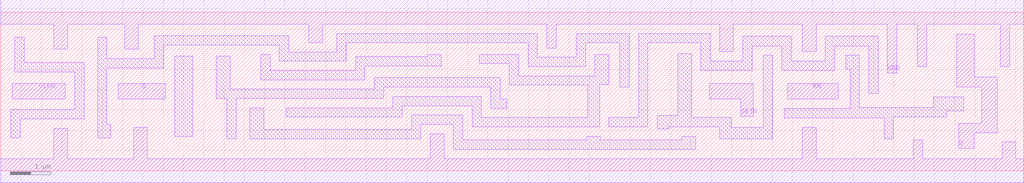
<source format=lef>
# Copyright 2022 GlobalFoundries PDK Authors
#
# Licensed under the Apache License, Version 2.0 (the "License");
# you may not use this file except in compliance with the License.
# You may obtain a copy of the License at
#
#      http://www.apache.org/licenses/LICENSE-2.0
#
# Unless required by applicable law or agreed to in writing, software
# distributed under the License is distributed on an "AS IS" BASIS,
# WITHOUT WARRANTIES OR CONDITIONS OF ANY KIND, either express or implied.
# See the License for the specific language governing permissions and
# limitations under the License.

MACRO gf180mcu_fd_sc_mcu7t5v0__dffnrsnq_2
  CLASS core ;
  FOREIGN gf180mcu_fd_sc_mcu7t5v0__dffnrsnq_2 0.0 0.0 ;
  ORIGIN 0 0 ;
  SYMMETRY X Y ;
  SITE GF018hv5v_mcu_sc7 ;
  SIZE 25.2 BY 3.92 ;
  PIN D
    DIRECTION INPUT ;
    ANTENNAGATEAREA 0.433 ;
    PORT
      LAYER METAL1 ;
        POLYGON 2.89 1.77 4.05 1.77 4.05 2.15 2.89 2.15  ;
    END
  END D
  PIN RN
    DIRECTION INPUT ;
    ANTENNAGATEAREA 1.284 ;
    PORT
      LAYER METAL1 ;
        POLYGON 19.38 1.77 20.63 1.77 20.63 2.15 19.38 2.15  ;
    END
  END RN
  PIN SETN
    DIRECTION INPUT ;
    ANTENNAGATEAREA 1.1495 ;
    PORT
      LAYER METAL1 ;
        POLYGON 17.45 1.77 18.225 1.77 18.225 1.34 18.54 1.34 18.54 2.15 17.45 2.15  ;
    END
  END SETN
  PIN CLKN
    DIRECTION INPUT ;
    USE clock ;
    ANTENNAGATEAREA 0.6755 ;
    PORT
      LAYER METAL1 ;
        POLYGON 0.28 1.77 1.59 1.77 1.59 2.15 0.28 2.15  ;
    END
  END CLKN
  PIN Q
    DIRECTION OUTPUT ;
    ANTENNADIFFAREA 1.0582 ;
    PORT
      LAYER METAL1 ;
        POLYGON 23.545 2.07 23.72 2.07 24.17 2.07 24.17 1.17 23.6 1.17 23.6 0.55 23.98 0.55 23.98 0.94 24.55 0.94 24.55 2.32 23.98 2.32 23.98 3.38 23.72 3.38 23.545 3.38  ;
    END
  END Q
  PIN VDD
    DIRECTION INOUT ;
    USE power ;
    SHAPE ABUTMENT ;
    PORT
      LAYER METAL1 ;
        POLYGON 0 3.62 1.31 3.62 1.31 3.005 1.65 3.005 1.65 3.62 2.055 3.62 3.05 3.62 3.05 3 3.39 3 3.39 3.62 7.585 3.62 7.585 3.165 7.93 3.165 7.93 3.62 13.45 3.62 13.45 3.035 13.68 3.035 13.68 3.62 15.48 3.62 17.705 3.62 17.705 2.94 18.045 2.94 18.045 3.62 19.745 3.62 19.745 2.94 20.085 2.94 20.085 3.62 21.61 3.62 21.84 3.62 21.84 2.415 22.07 2.415 22.07 3.62 22.58 3.62 22.58 2.57 22.81 2.57 22.81 3.62 23.72 3.62 24.62 3.62 24.62 2.57 24.85 2.57 24.85 3.62 25.2 3.62 25.2 4.22 23.72 4.22 21.61 4.22 15.48 4.22 2.055 4.22 0 4.22  ;
    END
  END VDD
  PIN VSS
    DIRECTION INOUT ;
    USE ground ;
    SHAPE ABUTMENT ;
    PORT
      LAYER METAL1 ;
        POLYGON 0 -0.3 25.2 -0.3 25.2 0.3 25.005 0.3 25.005 0.71 24.665 0.71 24.665 0.3 22.71 0.3 22.71 0.765 22.48 0.765 22.48 0.3 20.085 0.3 20.085 1.075 19.745 1.075 19.745 0.3 10.92 0.3 10.92 0.915 10.58 0.915 10.58 0.3 3.61 0.3 3.61 1.075 3.27 1.075 3.27 0.3 1.65 0.3 1.65 1.05 1.31 1.05 1.31 0.3 0 0.3  ;
    END
  END VSS
  OBS
      LAYER METAL1 ;
        POLYGON 0.345 2.435 1.825 2.435 1.825 1.51 0.245 1.51 0.245 0.81 0.475 0.81 0.475 1.28 2.055 1.28 2.055 2.67 0.575 2.67 0.575 3.3 0.345 3.3  ;
        POLYGON 4.29 0.845 4.73 0.845 4.73 2.83 4.29 2.83  ;
        POLYGON 6.405 2.245 8.97 2.245 8.97 2.585 10.85 2.585 10.85 2.875 10.51 2.875 10.51 2.815 8.74 2.815 8.74 2.475 6.635 2.475 6.635 2.87 6.405 2.87  ;
        POLYGON 5.31 1.785 5.565 1.785 5.565 0.79 5.795 0.79 5.795 1.785 9.43 1.785 9.43 2.07 12.07 2.07 12.07 1.545 12.47 1.545 12.47 1.775 12.3 1.775 12.3 2.3 9.2 2.3 9.2 2.015 5.65 2.015 5.65 2.83 5.31 2.83  ;
        POLYGON 11.79 2.645 12.53 2.645 12.53 2.115 14.465 2.115 14.465 1.315 11.84 1.315 11.84 1.835 9.66 1.835 9.66 1.555 7.03 1.555 7.03 1.325 9.89 1.325 9.89 1.605 11.61 1.605 11.61 1.085 14.75 1.085 14.75 2.125 14.975 2.125 14.975 2.875 14.635 2.875 14.635 2.345 12.76 2.345 12.76 2.875 11.79 2.875  ;
        POLYGON 2.615 2.54 4.015 2.54 4.015 3.105 6.865 3.105 6.865 2.705 8.51 2.705 8.51 3.16 12.99 3.16 12.99 2.575 14.405 2.575 14.405 3.16 15.25 3.16 15.25 2.07 15.48 2.07 15.48 3.39 14.175 3.39 14.175 2.805 13.22 2.805 13.22 3.39 8.28 3.39 8.28 2.935 7.095 2.935 7.095 3.335 3.785 3.335 3.785 2.77 2.615 2.77 2.615 3.3 2.385 3.3 2.385 0.81 2.715 0.81 2.715 1.15 2.615 1.15  ;
        POLYGON 6.135 0.79 10.35 0.79 10.35 1.145 11.15 1.145 11.15 0.53 17.115 0.53 17.115 0.855 16.775 0.855 16.775 0.76 14.77 0.76 14.77 0.855 14.43 0.855 14.43 0.76 11.38 0.76 11.38 1.375 10.12 1.375 10.12 1.02 6.475 1.02 6.475 1.555 6.135 1.555  ;
        POLYGON 16.17 1.03 16.455 1.03 16.455 1.085 17.71 1.085 17.71 0.79 19.01 0.79 19.01 2.855 18.78 2.855 18.78 1.075 17.995 1.075 17.995 1.315 17.015 1.315 17.015 2.895 16.675 2.895 16.675 1.37 16.17 1.37  ;
        POLYGON 14.98 1.085 15.94 1.085 15.94 3.16 17.245 3.16 17.245 2.475 18.505 2.475 18.505 3.085 19.24 3.085 19.24 2.48 20.545 2.48 20.545 3.085 21.38 3.085 21.38 1.91 21.61 1.91 21.61 3.32 20.315 3.32 20.315 2.71 19.47 2.71 19.47 3.32 18.275 3.32 18.275 2.71 17.475 2.71 17.475 3.39 15.71 3.39 15.71 1.315 14.98 1.315  ;
        POLYGON 20.82 2.515 20.92 2.515 20.92 1.54 19.305 1.54 19.305 1.31 21.76 1.31 21.76 0.79 21.99 0.79 21.99 1.33 23.305 1.33 23.305 1.475 23.72 1.475 23.72 1.82 22.965 1.82 22.965 1.56 21.15 1.56 21.15 2.855 20.82 2.855  ;
  END
END gf180mcu_fd_sc_mcu7t5v0__dffnrsnq_2

</source>
